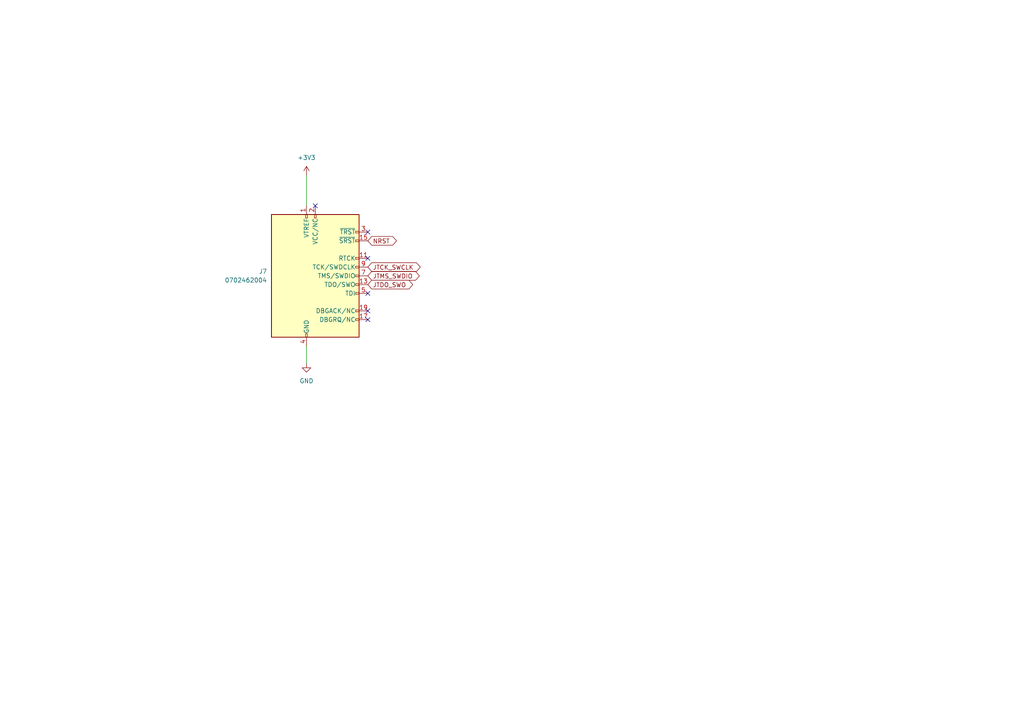
<source format=kicad_sch>
(kicad_sch (version 20211123) (generator eeschema)
  (paper "A4")
  (lib_symbols
    (symbol "Connector:Conn_ARM_JTAG_SWD_20" (pin_names (offset 1.016))
      (property "Reference" "J" (at -5.08 21.59 0))
      (property "Value" "Conn_ARM_JTAG_SWD_20" (at -5.08 19.05 0))
      (symbol "Conn_ARM_JTAG_SWD_20_0_1"
        (rectangle (start -12.7 17.78) (end 12.7 -17.78) (stroke (width 0.254)) (fill (type background)))
        (rectangle (start -2.794 -17.78) (end -2.286 -16.764))
        (rectangle (start -2.794 17.78) (end -2.286 16.764))
        (rectangle (start -0.254 17.78) (end 0.254 16.764))
        (rectangle (start 11.684 2.286) (end 12.7 2.794))
        (rectangle (start 12.7 -12.446) (end 11.684 -12.954))
        (rectangle (start 12.7 -9.906) (end 11.684 -10.414))
        (rectangle (start 12.7 -2.794) (end 11.684 -2.286))
        (rectangle (start 12.7 -0.254) (end 11.684 0.254))
        (rectangle (start 12.7 4.826) (end 11.684 5.334))
        (rectangle (start 12.7 10.414) (end 11.684 9.906))
        (rectangle (start 12.7 12.954) (end 11.684 12.446))
      )
      (symbol "Conn_ARM_JTAG_SWD_20_1_1"
        (rectangle (start 11.684 -5.334) (end 12.7 -4.826))
        (pin power_in line (at -2.54 20.32 270) (length 2.54) (name "VTREF") (number "1"))
        (pin passive line (at -2.54 -20.32 90) (length 2.54) hide (name "GND") (number "10"))
        (pin input line (at 15.24 5.08 180) (length 2.54) (name "RTCK") (number "11"))
        (pin passive line (at -2.54 -20.32 90) (length 2.54) hide (name "GND") (number "12"))
        (pin input line (at 15.24 -2.54 180) (length 2.54) (name "TDO/SWO") (number "13"))
        (pin passive line (at -2.54 -20.32 90) (length 2.54) hide (name "GND") (number "14"))
        (pin bidirectional line (at 15.24 10.16 180) (length 2.54) (name "~{SRST}") (number "15"))
        (pin passive line (at -2.54 -20.32 90) (length 2.54) hide (name "GND") (number "16"))
        (pin output line (at 15.24 -12.7 180) (length 2.54) (name "DBGRQ/NC") (number "17"))
        (pin passive line (at -2.54 -20.32 90) (length 2.54) hide (name "GND") (number "18"))
        (pin input line (at 15.24 -10.16 180) (length 2.54) (name "DBGACK/NC") (number "19"))
        (pin power_in line (at 0 20.32 270) (length 2.54) (name "VCC/NC") (number "2"))
        (pin passive line (at -2.54 -20.32 90) (length 2.54) hide (name "GND") (number "20"))
        (pin output line (at 15.24 12.7 180) (length 2.54) (name "~{TRST}") (number "3"))
        (pin power_in line (at -2.54 -20.32 90) (length 2.54) (name "GND") (number "4"))
        (pin output line (at 15.24 -5.08 180) (length 2.54) (name "TDI") (number "5"))
        (pin passive line (at -2.54 -20.32 90) (length 2.54) hide (name "GND") (number "6"))
        (pin output line (at 15.24 0 180) (length 2.54) (name "TMS/SWDIO") (number "7"))
        (pin passive line (at -2.54 -20.32 90) (length 2.54) hide (name "GND") (number "8"))
        (pin output line (at 15.24 2.54 180) (length 2.54) (name "TCK/SWDCLK") (number "9"))
      )
    )
    (symbol "power:+3.3V" (power) (pin_names (offset 0))
      (property "Value" "+3.3V" (at 0 3.556 0))
      (symbol "+3.3V_0_1"
        (polyline (pts (xy -0.762 1.27) (xy 0 2.54)))
        (polyline (pts (xy 0 0) (xy 0 2.54)))
        (polyline (pts (xy 0 2.54) (xy 0.762 1.27)))
      )
      (symbol "+3.3V_1_1"
        (pin power_in line (at 0 0 90) (length 0) hide (name "+3V3") (number "1"))
      )
    )
    (symbol "power:GND" (power) (pin_names (offset 0))
      (property "Value" "GND" (at 0 -3.81 0))
      (symbol "GND_0_1"
        (polyline (pts (xy 0 0) (xy 0 -1.27) (xy 1.27 -1.27) (xy 0 -2.54) (xy -1.27 -1.27) (xy 0 -1.27)))
      )
      (symbol "GND_1_1"
        (pin power_in line (at 0 0 270) (length 0) hide (name "GND") (number "1"))
      )
    )
  )
  (no_connect (at 106.68 85.09))
  (no_connect (at 106.68 90.17))
  (no_connect (at 106.68 92.71))
  (no_connect (at 106.68 67.31))
  (no_connect (at 91.44 59.69))
  (no_connect (at 106.68 74.93))
  (wire (pts (xy 88.9 50.8) (xy 88.9 59.69)))
  (wire (pts (xy 88.9 100.33) (xy 88.9 105.41)))
  (global_label "JTMS_SWDIO" (shape bidirectional) (at 106.68 80.01 0) (property "Intersheet References" "${INTERSHEET_REFS}" (effects hide)))
  (global_label "JTCK_SWCLK" (shape bidirectional) (at 106.68 77.47 0) (property "Intersheet References" "${INTERSHEET_REFS}" (effects hide)))
  (global_label "JTDO_SWO" (shape bidirectional) (at 106.68 82.55 0) (property "Intersheet References" "${INTERSHEET_REFS}" (effects hide)))
  (global_label "NRST" (shape bidirectional) (at 106.68 69.85 0) (property "Intersheet References" "${INTERSHEET_REFS}" (effects hide)))
  (symbol (lib_id "power:+3.3V") (at 88.9 50.8 0) (unit 1)
    (property "Reference" "#PWR0115" (effects hide))
    (property "Value" "+3.3V" (at 88.9 45.72 0))
  )
  (symbol (lib_id "power:GND") (at 88.9 105.41 0) (unit 1)
    (property "Reference" "#PWR0114" (effects hide))
    (property "Value" "GND" (at 88.9 110.49 0))
  )
  (symbol (lib_id "Connector:Conn_ARM_JTAG_SWD_20") (at 91.44 80.01 0) (unit 1)
    (property "Reference" "J7" (at 77.47 78.7399 0) (effects (justify right)))
    (property "Value" "0702462004" (at 77.47 81.2799 0) (effects (justify right)))
    (property "Footprint" "Connector_IDC:IDC-Header_2x10_P2.54mm_Vertical" (effects hide))
    (property "Datasheet" "https://www.snapeda.com/parts/0702462004/Molex/datasheet/" (effects hide))
    (property "Description" "Connector Header Through Hole 20 position 0.100\" (2.54mm)" (effects hide))
    (property "MANUFACTURER" "Molex" (effects hide))
    (property "Manufacturer_Name" "Molex" (effects hide))
    (property "Manufacturer_Part_Number" "0702462004" (effects hide))
  )
)
</source>
